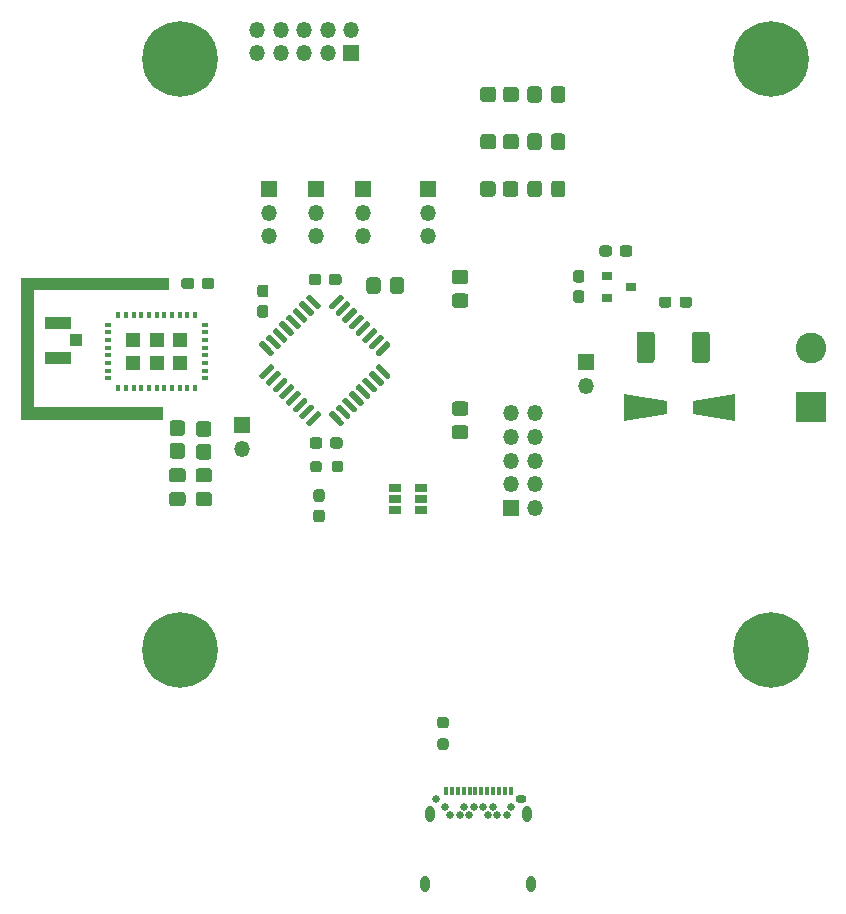
<source format=gbr>
%TF.GenerationSoftware,KiCad,Pcbnew,(5.1.10)-1*%
%TF.CreationDate,2021-07-16T13:02:24+01:00*%
%TF.ProjectId,Abhoinn_IoT_V2,4162686f-696e-46e5-9f49-6f545f56322e,rev?*%
%TF.SameCoordinates,Original*%
%TF.FileFunction,Soldermask,Top*%
%TF.FilePolarity,Negative*%
%FSLAX46Y46*%
G04 Gerber Fmt 4.6, Leading zero omitted, Abs format (unit mm)*
G04 Created by KiCad (PCBNEW (5.1.10)-1) date 2021-07-16 13:02:24*
%MOMM*%
%LPD*%
G01*
G04 APERTURE LIST*
%ADD10C,0.100000*%
%ADD11R,1.060000X0.650000*%
%ADD12R,0.900000X0.800000*%
%ADD13C,0.650000*%
%ADD14O,0.950000X0.650000*%
%ADD15O,0.800000X1.400000*%
%ADD16R,0.300000X0.700000*%
%ADD17O,1.350000X1.350000*%
%ADD18R,1.350000X1.350000*%
%ADD19C,2.600000*%
%ADD20R,2.600000X2.600000*%
%ADD21R,2.200000X1.050000*%
%ADD22R,1.050000X1.000000*%
%ADD23R,1.200000X1.200000*%
%ADD24R,0.350000X0.500000*%
%ADD25R,0.500000X0.350000*%
%ADD26C,0.800000*%
%ADD27C,6.400000*%
G04 APERTURE END LIST*
D10*
G36*
X130500000Y-75000000D02*
G01*
X119000000Y-75000000D01*
X119000000Y-85000000D01*
X130000000Y-85000000D01*
X130000000Y-86000000D01*
X118000000Y-86000000D01*
X118000000Y-74000000D01*
X130500000Y-74000000D01*
X130500000Y-75000000D01*
G37*
X130500000Y-75000000D02*
X119000000Y-75000000D01*
X119000000Y-85000000D01*
X130000000Y-85000000D01*
X130000000Y-86000000D01*
X118000000Y-86000000D01*
X118000000Y-74000000D01*
X130500000Y-74000000D01*
X130500000Y-75000000D01*
%TO.C,U3*%
G36*
G01*
X144103554Y-76333095D02*
X144987437Y-75449212D01*
G75*
G02*
X145164213Y-75449212I88388J-88388D01*
G01*
X145340990Y-75625989D01*
G75*
G02*
X145340990Y-75802765I-88388J-88388D01*
G01*
X144457107Y-76686648D01*
G75*
G02*
X144280331Y-76686648I-88388J88388D01*
G01*
X144103554Y-76509871D01*
G75*
G02*
X144103554Y-76333095I88388J88388D01*
G01*
G37*
G36*
G01*
X144669239Y-76898781D02*
X145553122Y-76014898D01*
G75*
G02*
X145729898Y-76014898I88388J-88388D01*
G01*
X145906675Y-76191675D01*
G75*
G02*
X145906675Y-76368451I-88388J-88388D01*
G01*
X145022792Y-77252334D01*
G75*
G02*
X144846016Y-77252334I-88388J88388D01*
G01*
X144669239Y-77075557D01*
G75*
G02*
X144669239Y-76898781I88388J88388D01*
G01*
G37*
G36*
G01*
X145234925Y-77464466D02*
X146118808Y-76580583D01*
G75*
G02*
X146295584Y-76580583I88388J-88388D01*
G01*
X146472361Y-76757360D01*
G75*
G02*
X146472361Y-76934136I-88388J-88388D01*
G01*
X145588478Y-77818019D01*
G75*
G02*
X145411702Y-77818019I-88388J88388D01*
G01*
X145234925Y-77641242D01*
G75*
G02*
X145234925Y-77464466I88388J88388D01*
G01*
G37*
G36*
G01*
X145800610Y-78030151D02*
X146684493Y-77146268D01*
G75*
G02*
X146861269Y-77146268I88388J-88388D01*
G01*
X147038046Y-77323045D01*
G75*
G02*
X147038046Y-77499821I-88388J-88388D01*
G01*
X146154163Y-78383704D01*
G75*
G02*
X145977387Y-78383704I-88388J88388D01*
G01*
X145800610Y-78206927D01*
G75*
G02*
X145800610Y-78030151I88388J88388D01*
G01*
G37*
G36*
G01*
X146366296Y-78595837D02*
X147250179Y-77711954D01*
G75*
G02*
X147426955Y-77711954I88388J-88388D01*
G01*
X147603732Y-77888731D01*
G75*
G02*
X147603732Y-78065507I-88388J-88388D01*
G01*
X146719849Y-78949390D01*
G75*
G02*
X146543073Y-78949390I-88388J88388D01*
G01*
X146366296Y-78772613D01*
G75*
G02*
X146366296Y-78595837I88388J88388D01*
G01*
G37*
G36*
G01*
X146931981Y-79161522D02*
X147815864Y-78277639D01*
G75*
G02*
X147992640Y-78277639I88388J-88388D01*
G01*
X148169417Y-78454416D01*
G75*
G02*
X148169417Y-78631192I-88388J-88388D01*
G01*
X147285534Y-79515075D01*
G75*
G02*
X147108758Y-79515075I-88388J88388D01*
G01*
X146931981Y-79338298D01*
G75*
G02*
X146931981Y-79161522I88388J88388D01*
G01*
G37*
G36*
G01*
X147497666Y-79727208D02*
X148381549Y-78843325D01*
G75*
G02*
X148558325Y-78843325I88388J-88388D01*
G01*
X148735102Y-79020102D01*
G75*
G02*
X148735102Y-79196878I-88388J-88388D01*
G01*
X147851219Y-80080761D01*
G75*
G02*
X147674443Y-80080761I-88388J88388D01*
G01*
X147497666Y-79903984D01*
G75*
G02*
X147497666Y-79727208I88388J88388D01*
G01*
G37*
G36*
G01*
X148063352Y-80292893D02*
X148947235Y-79409010D01*
G75*
G02*
X149124011Y-79409010I88388J-88388D01*
G01*
X149300788Y-79585787D01*
G75*
G02*
X149300788Y-79762563I-88388J-88388D01*
G01*
X148416905Y-80646446D01*
G75*
G02*
X148240129Y-80646446I-88388J88388D01*
G01*
X148063352Y-80469669D01*
G75*
G02*
X148063352Y-80292893I88388J88388D01*
G01*
G37*
G36*
G01*
X148063352Y-81530331D02*
X148240129Y-81353554D01*
G75*
G02*
X148416905Y-81353554I88388J-88388D01*
G01*
X149300788Y-82237437D01*
G75*
G02*
X149300788Y-82414213I-88388J-88388D01*
G01*
X149124011Y-82590990D01*
G75*
G02*
X148947235Y-82590990I-88388J88388D01*
G01*
X148063352Y-81707107D01*
G75*
G02*
X148063352Y-81530331I88388J88388D01*
G01*
G37*
G36*
G01*
X147497666Y-82096016D02*
X147674443Y-81919239D01*
G75*
G02*
X147851219Y-81919239I88388J-88388D01*
G01*
X148735102Y-82803122D01*
G75*
G02*
X148735102Y-82979898I-88388J-88388D01*
G01*
X148558325Y-83156675D01*
G75*
G02*
X148381549Y-83156675I-88388J88388D01*
G01*
X147497666Y-82272792D01*
G75*
G02*
X147497666Y-82096016I88388J88388D01*
G01*
G37*
G36*
G01*
X146931981Y-82661702D02*
X147108758Y-82484925D01*
G75*
G02*
X147285534Y-82484925I88388J-88388D01*
G01*
X148169417Y-83368808D01*
G75*
G02*
X148169417Y-83545584I-88388J-88388D01*
G01*
X147992640Y-83722361D01*
G75*
G02*
X147815864Y-83722361I-88388J88388D01*
G01*
X146931981Y-82838478D01*
G75*
G02*
X146931981Y-82661702I88388J88388D01*
G01*
G37*
G36*
G01*
X146366296Y-83227387D02*
X146543073Y-83050610D01*
G75*
G02*
X146719849Y-83050610I88388J-88388D01*
G01*
X147603732Y-83934493D01*
G75*
G02*
X147603732Y-84111269I-88388J-88388D01*
G01*
X147426955Y-84288046D01*
G75*
G02*
X147250179Y-84288046I-88388J88388D01*
G01*
X146366296Y-83404163D01*
G75*
G02*
X146366296Y-83227387I88388J88388D01*
G01*
G37*
G36*
G01*
X145800610Y-83793073D02*
X145977387Y-83616296D01*
G75*
G02*
X146154163Y-83616296I88388J-88388D01*
G01*
X147038046Y-84500179D01*
G75*
G02*
X147038046Y-84676955I-88388J-88388D01*
G01*
X146861269Y-84853732D01*
G75*
G02*
X146684493Y-84853732I-88388J88388D01*
G01*
X145800610Y-83969849D01*
G75*
G02*
X145800610Y-83793073I88388J88388D01*
G01*
G37*
G36*
G01*
X145234925Y-84358758D02*
X145411702Y-84181981D01*
G75*
G02*
X145588478Y-84181981I88388J-88388D01*
G01*
X146472361Y-85065864D01*
G75*
G02*
X146472361Y-85242640I-88388J-88388D01*
G01*
X146295584Y-85419417D01*
G75*
G02*
X146118808Y-85419417I-88388J88388D01*
G01*
X145234925Y-84535534D01*
G75*
G02*
X145234925Y-84358758I88388J88388D01*
G01*
G37*
G36*
G01*
X144669239Y-84924443D02*
X144846016Y-84747666D01*
G75*
G02*
X145022792Y-84747666I88388J-88388D01*
G01*
X145906675Y-85631549D01*
G75*
G02*
X145906675Y-85808325I-88388J-88388D01*
G01*
X145729898Y-85985102D01*
G75*
G02*
X145553122Y-85985102I-88388J88388D01*
G01*
X144669239Y-85101219D01*
G75*
G02*
X144669239Y-84924443I88388J88388D01*
G01*
G37*
G36*
G01*
X144103554Y-85490129D02*
X144280331Y-85313352D01*
G75*
G02*
X144457107Y-85313352I88388J-88388D01*
G01*
X145340990Y-86197235D01*
G75*
G02*
X145340990Y-86374011I-88388J-88388D01*
G01*
X145164213Y-86550788D01*
G75*
G02*
X144987437Y-86550788I-88388J88388D01*
G01*
X144103554Y-85666905D01*
G75*
G02*
X144103554Y-85490129I88388J88388D01*
G01*
G37*
G36*
G01*
X142159010Y-86197235D02*
X143042893Y-85313352D01*
G75*
G02*
X143219669Y-85313352I88388J-88388D01*
G01*
X143396446Y-85490129D01*
G75*
G02*
X143396446Y-85666905I-88388J-88388D01*
G01*
X142512563Y-86550788D01*
G75*
G02*
X142335787Y-86550788I-88388J88388D01*
G01*
X142159010Y-86374011D01*
G75*
G02*
X142159010Y-86197235I88388J88388D01*
G01*
G37*
G36*
G01*
X141593325Y-85631549D02*
X142477208Y-84747666D01*
G75*
G02*
X142653984Y-84747666I88388J-88388D01*
G01*
X142830761Y-84924443D01*
G75*
G02*
X142830761Y-85101219I-88388J-88388D01*
G01*
X141946878Y-85985102D01*
G75*
G02*
X141770102Y-85985102I-88388J88388D01*
G01*
X141593325Y-85808325D01*
G75*
G02*
X141593325Y-85631549I88388J88388D01*
G01*
G37*
G36*
G01*
X141027639Y-85065864D02*
X141911522Y-84181981D01*
G75*
G02*
X142088298Y-84181981I88388J-88388D01*
G01*
X142265075Y-84358758D01*
G75*
G02*
X142265075Y-84535534I-88388J-88388D01*
G01*
X141381192Y-85419417D01*
G75*
G02*
X141204416Y-85419417I-88388J88388D01*
G01*
X141027639Y-85242640D01*
G75*
G02*
X141027639Y-85065864I88388J88388D01*
G01*
G37*
G36*
G01*
X140461954Y-84500179D02*
X141345837Y-83616296D01*
G75*
G02*
X141522613Y-83616296I88388J-88388D01*
G01*
X141699390Y-83793073D01*
G75*
G02*
X141699390Y-83969849I-88388J-88388D01*
G01*
X140815507Y-84853732D01*
G75*
G02*
X140638731Y-84853732I-88388J88388D01*
G01*
X140461954Y-84676955D01*
G75*
G02*
X140461954Y-84500179I88388J88388D01*
G01*
G37*
G36*
G01*
X139896268Y-83934493D02*
X140780151Y-83050610D01*
G75*
G02*
X140956927Y-83050610I88388J-88388D01*
G01*
X141133704Y-83227387D01*
G75*
G02*
X141133704Y-83404163I-88388J-88388D01*
G01*
X140249821Y-84288046D01*
G75*
G02*
X140073045Y-84288046I-88388J88388D01*
G01*
X139896268Y-84111269D01*
G75*
G02*
X139896268Y-83934493I88388J88388D01*
G01*
G37*
G36*
G01*
X139330583Y-83368808D02*
X140214466Y-82484925D01*
G75*
G02*
X140391242Y-82484925I88388J-88388D01*
G01*
X140568019Y-82661702D01*
G75*
G02*
X140568019Y-82838478I-88388J-88388D01*
G01*
X139684136Y-83722361D01*
G75*
G02*
X139507360Y-83722361I-88388J88388D01*
G01*
X139330583Y-83545584D01*
G75*
G02*
X139330583Y-83368808I88388J88388D01*
G01*
G37*
G36*
G01*
X138764898Y-82803122D02*
X139648781Y-81919239D01*
G75*
G02*
X139825557Y-81919239I88388J-88388D01*
G01*
X140002334Y-82096016D01*
G75*
G02*
X140002334Y-82272792I-88388J-88388D01*
G01*
X139118451Y-83156675D01*
G75*
G02*
X138941675Y-83156675I-88388J88388D01*
G01*
X138764898Y-82979898D01*
G75*
G02*
X138764898Y-82803122I88388J88388D01*
G01*
G37*
G36*
G01*
X138199212Y-82237437D02*
X139083095Y-81353554D01*
G75*
G02*
X139259871Y-81353554I88388J-88388D01*
G01*
X139436648Y-81530331D01*
G75*
G02*
X139436648Y-81707107I-88388J-88388D01*
G01*
X138552765Y-82590990D01*
G75*
G02*
X138375989Y-82590990I-88388J88388D01*
G01*
X138199212Y-82414213D01*
G75*
G02*
X138199212Y-82237437I88388J88388D01*
G01*
G37*
G36*
G01*
X138199212Y-79585787D02*
X138375989Y-79409010D01*
G75*
G02*
X138552765Y-79409010I88388J-88388D01*
G01*
X139436648Y-80292893D01*
G75*
G02*
X139436648Y-80469669I-88388J-88388D01*
G01*
X139259871Y-80646446D01*
G75*
G02*
X139083095Y-80646446I-88388J88388D01*
G01*
X138199212Y-79762563D01*
G75*
G02*
X138199212Y-79585787I88388J88388D01*
G01*
G37*
G36*
G01*
X138764898Y-79020102D02*
X138941675Y-78843325D01*
G75*
G02*
X139118451Y-78843325I88388J-88388D01*
G01*
X140002334Y-79727208D01*
G75*
G02*
X140002334Y-79903984I-88388J-88388D01*
G01*
X139825557Y-80080761D01*
G75*
G02*
X139648781Y-80080761I-88388J88388D01*
G01*
X138764898Y-79196878D01*
G75*
G02*
X138764898Y-79020102I88388J88388D01*
G01*
G37*
G36*
G01*
X139330583Y-78454416D02*
X139507360Y-78277639D01*
G75*
G02*
X139684136Y-78277639I88388J-88388D01*
G01*
X140568019Y-79161522D01*
G75*
G02*
X140568019Y-79338298I-88388J-88388D01*
G01*
X140391242Y-79515075D01*
G75*
G02*
X140214466Y-79515075I-88388J88388D01*
G01*
X139330583Y-78631192D01*
G75*
G02*
X139330583Y-78454416I88388J88388D01*
G01*
G37*
G36*
G01*
X139896268Y-77888731D02*
X140073045Y-77711954D01*
G75*
G02*
X140249821Y-77711954I88388J-88388D01*
G01*
X141133704Y-78595837D01*
G75*
G02*
X141133704Y-78772613I-88388J-88388D01*
G01*
X140956927Y-78949390D01*
G75*
G02*
X140780151Y-78949390I-88388J88388D01*
G01*
X139896268Y-78065507D01*
G75*
G02*
X139896268Y-77888731I88388J88388D01*
G01*
G37*
G36*
G01*
X140461954Y-77323045D02*
X140638731Y-77146268D01*
G75*
G02*
X140815507Y-77146268I88388J-88388D01*
G01*
X141699390Y-78030151D01*
G75*
G02*
X141699390Y-78206927I-88388J-88388D01*
G01*
X141522613Y-78383704D01*
G75*
G02*
X141345837Y-78383704I-88388J88388D01*
G01*
X140461954Y-77499821D01*
G75*
G02*
X140461954Y-77323045I88388J88388D01*
G01*
G37*
G36*
G01*
X141027639Y-76757360D02*
X141204416Y-76580583D01*
G75*
G02*
X141381192Y-76580583I88388J-88388D01*
G01*
X142265075Y-77464466D01*
G75*
G02*
X142265075Y-77641242I-88388J-88388D01*
G01*
X142088298Y-77818019D01*
G75*
G02*
X141911522Y-77818019I-88388J88388D01*
G01*
X141027639Y-76934136D01*
G75*
G02*
X141027639Y-76757360I88388J88388D01*
G01*
G37*
G36*
G01*
X141593325Y-76191675D02*
X141770102Y-76014898D01*
G75*
G02*
X141946878Y-76014898I88388J-88388D01*
G01*
X142830761Y-76898781D01*
G75*
G02*
X142830761Y-77075557I-88388J-88388D01*
G01*
X142653984Y-77252334D01*
G75*
G02*
X142477208Y-77252334I-88388J88388D01*
G01*
X141593325Y-76368451D01*
G75*
G02*
X141593325Y-76191675I88388J88388D01*
G01*
G37*
G36*
G01*
X142159010Y-75625989D02*
X142335787Y-75449212D01*
G75*
G02*
X142512563Y-75449212I88388J-88388D01*
G01*
X143396446Y-76333095D01*
G75*
G02*
X143396446Y-76509871I-88388J-88388D01*
G01*
X143219669Y-76686648D01*
G75*
G02*
X143042893Y-76686648I-88388J88388D01*
G01*
X142159010Y-75802765D01*
G75*
G02*
X142159010Y-75625989I88388J88388D01*
G01*
G37*
%TD*%
D11*
%TO.C,U2*%
X151850000Y-92750000D03*
X151850000Y-91800000D03*
X151850000Y-93700000D03*
X149650000Y-93700000D03*
X149650000Y-92750000D03*
X149650000Y-91800000D03*
%TD*%
D12*
%TO.C,U1*%
X169630000Y-74820000D03*
X167630000Y-75770000D03*
X167630000Y-73870000D03*
%TD*%
%TO.C,R9*%
G36*
G01*
X153512500Y-113012500D02*
X153987500Y-113012500D01*
G75*
G02*
X154225000Y-113250000I0J-237500D01*
G01*
X154225000Y-113750000D01*
G75*
G02*
X153987500Y-113987500I-237500J0D01*
G01*
X153512500Y-113987500D01*
G75*
G02*
X153275000Y-113750000I0J237500D01*
G01*
X153275000Y-113250000D01*
G75*
G02*
X153512500Y-113012500I237500J0D01*
G01*
G37*
G36*
G01*
X153512500Y-111187500D02*
X153987500Y-111187500D01*
G75*
G02*
X154225000Y-111425000I0J-237500D01*
G01*
X154225000Y-111925000D01*
G75*
G02*
X153987500Y-112162500I-237500J0D01*
G01*
X153512500Y-112162500D01*
G75*
G02*
X153275000Y-111925000I0J237500D01*
G01*
X153275000Y-111425000D01*
G75*
G02*
X153512500Y-111187500I237500J0D01*
G01*
G37*
%TD*%
%TO.C,R8*%
G36*
G01*
X133049999Y-92150000D02*
X133950001Y-92150000D01*
G75*
G02*
X134200000Y-92399999I0J-249999D01*
G01*
X134200000Y-93100001D01*
G75*
G02*
X133950001Y-93350000I-249999J0D01*
G01*
X133049999Y-93350000D01*
G75*
G02*
X132800000Y-93100001I0J249999D01*
G01*
X132800000Y-92399999D01*
G75*
G02*
X133049999Y-92150000I249999J0D01*
G01*
G37*
G36*
G01*
X133049999Y-90150000D02*
X133950001Y-90150000D01*
G75*
G02*
X134200000Y-90399999I0J-249999D01*
G01*
X134200000Y-91100001D01*
G75*
G02*
X133950001Y-91350000I-249999J0D01*
G01*
X133049999Y-91350000D01*
G75*
G02*
X132800000Y-91100001I0J249999D01*
G01*
X132800000Y-90399999D01*
G75*
G02*
X133049999Y-90150000I249999J0D01*
G01*
G37*
%TD*%
%TO.C,R7*%
G36*
G01*
X130799999Y-92150000D02*
X131700001Y-92150000D01*
G75*
G02*
X131950000Y-92399999I0J-249999D01*
G01*
X131950000Y-93100001D01*
G75*
G02*
X131700001Y-93350000I-249999J0D01*
G01*
X130799999Y-93350000D01*
G75*
G02*
X130550000Y-93100001I0J249999D01*
G01*
X130550000Y-92399999D01*
G75*
G02*
X130799999Y-92150000I249999J0D01*
G01*
G37*
G36*
G01*
X130799999Y-90150000D02*
X131700001Y-90150000D01*
G75*
G02*
X131950000Y-90399999I0J-249999D01*
G01*
X131950000Y-91100001D01*
G75*
G02*
X131700001Y-91350000I-249999J0D01*
G01*
X130799999Y-91350000D01*
G75*
G02*
X130550000Y-91100001I0J249999D01*
G01*
X130550000Y-90399999D01*
G75*
G02*
X130799999Y-90150000I249999J0D01*
G01*
G37*
%TD*%
%TO.C,R6*%
G36*
G01*
X154743999Y-75346000D02*
X155644001Y-75346000D01*
G75*
G02*
X155894000Y-75595999I0J-249999D01*
G01*
X155894000Y-76296001D01*
G75*
G02*
X155644001Y-76546000I-249999J0D01*
G01*
X154743999Y-76546000D01*
G75*
G02*
X154494000Y-76296001I0J249999D01*
G01*
X154494000Y-75595999D01*
G75*
G02*
X154743999Y-75346000I249999J0D01*
G01*
G37*
G36*
G01*
X154743999Y-73346000D02*
X155644001Y-73346000D01*
G75*
G02*
X155894000Y-73595999I0J-249999D01*
G01*
X155894000Y-74296001D01*
G75*
G02*
X155644001Y-74546000I-249999J0D01*
G01*
X154743999Y-74546000D01*
G75*
G02*
X154494000Y-74296001I0J249999D01*
G01*
X154494000Y-73595999D01*
G75*
G02*
X154743999Y-73346000I249999J0D01*
G01*
G37*
%TD*%
%TO.C,R5*%
G36*
G01*
X155644001Y-85690000D02*
X154743999Y-85690000D01*
G75*
G02*
X154494000Y-85440001I0J249999D01*
G01*
X154494000Y-84739999D01*
G75*
G02*
X154743999Y-84490000I249999J0D01*
G01*
X155644001Y-84490000D01*
G75*
G02*
X155894000Y-84739999I0J-249999D01*
G01*
X155894000Y-85440001D01*
G75*
G02*
X155644001Y-85690000I-249999J0D01*
G01*
G37*
G36*
G01*
X155644001Y-87690000D02*
X154743999Y-87690000D01*
G75*
G02*
X154494000Y-87440001I0J249999D01*
G01*
X154494000Y-86739999D01*
G75*
G02*
X154743999Y-86490000I249999J0D01*
G01*
X155644001Y-86490000D01*
G75*
G02*
X155894000Y-86739999I0J-249999D01*
G01*
X155894000Y-87440001D01*
G75*
G02*
X155644001Y-87690000I-249999J0D01*
G01*
G37*
%TD*%
%TO.C,R4*%
G36*
G01*
X162900000Y-62950001D02*
X162900000Y-62049999D01*
G75*
G02*
X163149999Y-61800000I249999J0D01*
G01*
X163850001Y-61800000D01*
G75*
G02*
X164100000Y-62049999I0J-249999D01*
G01*
X164100000Y-62950001D01*
G75*
G02*
X163850001Y-63200000I-249999J0D01*
G01*
X163149999Y-63200000D01*
G75*
G02*
X162900000Y-62950001I0J249999D01*
G01*
G37*
G36*
G01*
X160900000Y-62950001D02*
X160900000Y-62049999D01*
G75*
G02*
X161149999Y-61800000I249999J0D01*
G01*
X161850001Y-61800000D01*
G75*
G02*
X162100000Y-62049999I0J-249999D01*
G01*
X162100000Y-62950001D01*
G75*
G02*
X161850001Y-63200000I-249999J0D01*
G01*
X161149999Y-63200000D01*
G75*
G02*
X160900000Y-62950001I0J249999D01*
G01*
G37*
%TD*%
%TO.C,R3*%
G36*
G01*
X162900000Y-58950001D02*
X162900000Y-58049999D01*
G75*
G02*
X163149999Y-57800000I249999J0D01*
G01*
X163850001Y-57800000D01*
G75*
G02*
X164100000Y-58049999I0J-249999D01*
G01*
X164100000Y-58950001D01*
G75*
G02*
X163850001Y-59200000I-249999J0D01*
G01*
X163149999Y-59200000D01*
G75*
G02*
X162900000Y-58950001I0J249999D01*
G01*
G37*
G36*
G01*
X160900000Y-58950001D02*
X160900000Y-58049999D01*
G75*
G02*
X161149999Y-57800000I249999J0D01*
G01*
X161850001Y-57800000D01*
G75*
G02*
X162100000Y-58049999I0J-249999D01*
G01*
X162100000Y-58950001D01*
G75*
G02*
X161850001Y-59200000I-249999J0D01*
G01*
X161149999Y-59200000D01*
G75*
G02*
X160900000Y-58950001I0J249999D01*
G01*
G37*
%TD*%
%TO.C,R2*%
G36*
G01*
X162900000Y-66950001D02*
X162900000Y-66049999D01*
G75*
G02*
X163149999Y-65800000I249999J0D01*
G01*
X163850001Y-65800000D01*
G75*
G02*
X164100000Y-66049999I0J-249999D01*
G01*
X164100000Y-66950001D01*
G75*
G02*
X163850001Y-67200000I-249999J0D01*
G01*
X163149999Y-67200000D01*
G75*
G02*
X162900000Y-66950001I0J249999D01*
G01*
G37*
G36*
G01*
X160900000Y-66950001D02*
X160900000Y-66049999D01*
G75*
G02*
X161149999Y-65800000I249999J0D01*
G01*
X161850001Y-65800000D01*
G75*
G02*
X162100000Y-66049999I0J-249999D01*
G01*
X162100000Y-66950001D01*
G75*
G02*
X161850001Y-67200000I-249999J0D01*
G01*
X161149999Y-67200000D01*
G75*
G02*
X160900000Y-66950001I0J249999D01*
G01*
G37*
%TD*%
%TO.C,R1*%
G36*
G01*
X149260000Y-75126001D02*
X149260000Y-74225999D01*
G75*
G02*
X149509999Y-73976000I249999J0D01*
G01*
X150210001Y-73976000D01*
G75*
G02*
X150460000Y-74225999I0J-249999D01*
G01*
X150460000Y-75126001D01*
G75*
G02*
X150210001Y-75376000I-249999J0D01*
G01*
X149509999Y-75376000D01*
G75*
G02*
X149260000Y-75126001I0J249999D01*
G01*
G37*
G36*
G01*
X147260000Y-75126001D02*
X147260000Y-74225999D01*
G75*
G02*
X147509999Y-73976000I249999J0D01*
G01*
X148210001Y-73976000D01*
G75*
G02*
X148460000Y-74225999I0J-249999D01*
G01*
X148460000Y-75126001D01*
G75*
G02*
X148210001Y-75376000I-249999J0D01*
G01*
X147509999Y-75376000D01*
G75*
G02*
X147260000Y-75126001I0J249999D01*
G01*
G37*
%TD*%
D13*
%TO.C,P1*%
X154350000Y-119490000D03*
X155150000Y-119490000D03*
X155950000Y-119490000D03*
X157550000Y-119490000D03*
X158350000Y-119490000D03*
X159150000Y-119490000D03*
X153950000Y-118790000D03*
X155550000Y-118790000D03*
X156350000Y-118790000D03*
X157150000Y-118790000D03*
X157950000Y-118790000D03*
X159550000Y-118790000D03*
X153150000Y-118140000D03*
D14*
X160350000Y-118140000D03*
D15*
X152260000Y-125340000D03*
X161240000Y-125340000D03*
X160880000Y-119390000D03*
D16*
X159000000Y-117480000D03*
X157500000Y-117480000D03*
X158000000Y-117480000D03*
X158500000Y-117480000D03*
X159500000Y-117480000D03*
X157000000Y-117480000D03*
X156500000Y-117480000D03*
X156000000Y-117480000D03*
X155500000Y-117480000D03*
X155000000Y-117480000D03*
X154500000Y-117480000D03*
X154000000Y-117480000D03*
D15*
X152620000Y-119390000D03*
%TD*%
D17*
%TO.C,JP4*%
X152500000Y-70500000D03*
X152500000Y-68500000D03*
D18*
X152500000Y-66500000D03*
%TD*%
D17*
%TO.C,JP3*%
X147000000Y-70500000D03*
X147000000Y-68500000D03*
D18*
X147000000Y-66500000D03*
%TD*%
D17*
%TO.C,JP2*%
X139000000Y-70500000D03*
X139000000Y-68500000D03*
D18*
X139000000Y-66500000D03*
%TD*%
D17*
%TO.C,JP1*%
X143000000Y-70500000D03*
X143000000Y-68500000D03*
D18*
X143000000Y-66500000D03*
%TD*%
D19*
%TO.C,J6*%
X184870000Y-79980000D03*
D20*
X184870000Y-84980000D03*
%TD*%
D21*
%TO.C,J5*%
X121124980Y-80783220D03*
D22*
X122649980Y-79308220D03*
D21*
X121124980Y-77833220D03*
%TD*%
D17*
%TO.C,J4*%
X138000000Y-53000000D03*
X138000000Y-55000000D03*
X140000000Y-53000000D03*
X140000000Y-55000000D03*
X142000000Y-53000000D03*
X142000000Y-55000000D03*
X144000000Y-53000000D03*
X144000000Y-55000000D03*
X146000000Y-53000000D03*
D18*
X146000000Y-55000000D03*
%TD*%
D17*
%TO.C,J3*%
X161500000Y-85500000D03*
X159500000Y-85500000D03*
X161500000Y-87500000D03*
X159500000Y-87500000D03*
X161500000Y-89500000D03*
X159500000Y-89500000D03*
X161500000Y-91500000D03*
X159500000Y-91500000D03*
X161500000Y-93500000D03*
D18*
X159500000Y-93500000D03*
%TD*%
D17*
%TO.C,J2*%
X136750000Y-88500000D03*
D18*
X136750000Y-86500000D03*
%TD*%
D17*
%TO.C,J1*%
X165820000Y-83170000D03*
D18*
X165820000Y-81170000D03*
%TD*%
D23*
%TO.C,IC1*%
X131500000Y-81250000D03*
X131500000Y-79250000D03*
X129500000Y-81250000D03*
X129500000Y-79250000D03*
X127500000Y-81250000D03*
X127500000Y-79250000D03*
D24*
X126250000Y-77150000D03*
X126900000Y-77150000D03*
X127550000Y-77150000D03*
X128200000Y-77150000D03*
X128850000Y-77150000D03*
X129500000Y-77150000D03*
X130150000Y-77150000D03*
X130800000Y-77150000D03*
X131450000Y-77150000D03*
X132100000Y-77150000D03*
X132750000Y-77150000D03*
D25*
X133600000Y-77975000D03*
X133600000Y-78625000D03*
X133600000Y-79275000D03*
X133600000Y-79925000D03*
X133600000Y-80575000D03*
X133600000Y-81225000D03*
X133600000Y-81875000D03*
X133600000Y-82525000D03*
D24*
X132750000Y-83350000D03*
X132100000Y-83350000D03*
X131450000Y-83350000D03*
X130800000Y-83350000D03*
X130150000Y-83350000D03*
X129500000Y-83350000D03*
X128850000Y-83350000D03*
X128200000Y-83350000D03*
X127550000Y-83350000D03*
X126900000Y-83350000D03*
X126250000Y-83350000D03*
D25*
X125400000Y-82525000D03*
X125400000Y-81875000D03*
X125400000Y-81225000D03*
X125400000Y-80575000D03*
X125400000Y-79925000D03*
X125400000Y-79275000D03*
X125400000Y-78625000D03*
X125400000Y-77975000D03*
%TD*%
D26*
%TO.C,H4*%
X133197056Y-53802944D03*
X131500000Y-53100000D03*
X129802944Y-53802944D03*
X129100000Y-55500000D03*
X129802944Y-57197056D03*
X131500000Y-57900000D03*
X133197056Y-57197056D03*
X133900000Y-55500000D03*
D27*
X131500000Y-55500000D03*
%TD*%
D26*
%TO.C,H3*%
X133197056Y-103802944D03*
X131500000Y-103100000D03*
X129802944Y-103802944D03*
X129100000Y-105500000D03*
X129802944Y-107197056D03*
X131500000Y-107900000D03*
X133197056Y-107197056D03*
X133900000Y-105500000D03*
D27*
X131500000Y-105500000D03*
%TD*%
D26*
%TO.C,H2*%
X183197056Y-103802944D03*
X181500000Y-103100000D03*
X179802944Y-103802944D03*
X179100000Y-105500000D03*
X179802944Y-107197056D03*
X181500000Y-107900000D03*
X183197056Y-107197056D03*
X183900000Y-105500000D03*
D27*
X181500000Y-105500000D03*
%TD*%
D26*
%TO.C,H1*%
X183197056Y-53802944D03*
X181500000Y-53100000D03*
X179802944Y-53802944D03*
X179100000Y-55500000D03*
X179802944Y-57197056D03*
X181500000Y-57900000D03*
X183197056Y-57197056D03*
X183900000Y-55500000D03*
D27*
X181500000Y-55500000D03*
%TD*%
%TO.C,FB1*%
G36*
G01*
X173790000Y-76327500D02*
X173790000Y-75852500D01*
G75*
G02*
X174027500Y-75615000I237500J0D01*
G01*
X174602500Y-75615000D01*
G75*
G02*
X174840000Y-75852500I0J-237500D01*
G01*
X174840000Y-76327500D01*
G75*
G02*
X174602500Y-76565000I-237500J0D01*
G01*
X174027500Y-76565000D01*
G75*
G02*
X173790000Y-76327500I0J237500D01*
G01*
G37*
G36*
G01*
X172040000Y-76327500D02*
X172040000Y-75852500D01*
G75*
G02*
X172277500Y-75615000I237500J0D01*
G01*
X172852500Y-75615000D01*
G75*
G02*
X173090000Y-75852500I0J-237500D01*
G01*
X173090000Y-76327500D01*
G75*
G02*
X172852500Y-76565000I-237500J0D01*
G01*
X172277500Y-76565000D01*
G75*
G02*
X172040000Y-76327500I0J237500D01*
G01*
G37*
%TD*%
%TO.C,F1*%
G36*
G01*
X174812500Y-80975001D02*
X174812500Y-78824999D01*
G75*
G02*
X175062499Y-78575000I249999J0D01*
G01*
X176087501Y-78575000D01*
G75*
G02*
X176337500Y-78824999I0J-249999D01*
G01*
X176337500Y-80975001D01*
G75*
G02*
X176087501Y-81225000I-249999J0D01*
G01*
X175062499Y-81225000D01*
G75*
G02*
X174812500Y-80975001I0J249999D01*
G01*
G37*
G36*
G01*
X170137500Y-80975001D02*
X170137500Y-78824999D01*
G75*
G02*
X170387499Y-78575000I249999J0D01*
G01*
X171412501Y-78575000D01*
G75*
G02*
X171662500Y-78824999I0J-249999D01*
G01*
X171662500Y-80975001D01*
G75*
G02*
X171412501Y-81225000I-249999J0D01*
G01*
X170387499Y-81225000D01*
G75*
G02*
X170137500Y-80975001I0J249999D01*
G01*
G37*
%TD*%
%TO.C,D6*%
G36*
G01*
X133900000Y-87487500D02*
X133100000Y-87487500D01*
G75*
G02*
X132850000Y-87237500I0J250000D01*
G01*
X132850000Y-86412500D01*
G75*
G02*
X133100000Y-86162500I250000J0D01*
G01*
X133900000Y-86162500D01*
G75*
G02*
X134150000Y-86412500I0J-250000D01*
G01*
X134150000Y-87237500D01*
G75*
G02*
X133900000Y-87487500I-250000J0D01*
G01*
G37*
G36*
G01*
X133900000Y-89412500D02*
X133100000Y-89412500D01*
G75*
G02*
X132850000Y-89162500I0J250000D01*
G01*
X132850000Y-88337500D01*
G75*
G02*
X133100000Y-88087500I250000J0D01*
G01*
X133900000Y-88087500D01*
G75*
G02*
X134150000Y-88337500I0J-250000D01*
G01*
X134150000Y-89162500D01*
G75*
G02*
X133900000Y-89412500I-250000J0D01*
G01*
G37*
%TD*%
%TO.C,D5*%
G36*
G01*
X131650000Y-87412500D02*
X130850000Y-87412500D01*
G75*
G02*
X130600000Y-87162500I0J250000D01*
G01*
X130600000Y-86337500D01*
G75*
G02*
X130850000Y-86087500I250000J0D01*
G01*
X131650000Y-86087500D01*
G75*
G02*
X131900000Y-86337500I0J-250000D01*
G01*
X131900000Y-87162500D01*
G75*
G02*
X131650000Y-87412500I-250000J0D01*
G01*
G37*
G36*
G01*
X131650000Y-89337500D02*
X130850000Y-89337500D01*
G75*
G02*
X130600000Y-89087500I0J250000D01*
G01*
X130600000Y-88262500D01*
G75*
G02*
X130850000Y-88012500I250000J0D01*
G01*
X131650000Y-88012500D01*
G75*
G02*
X131900000Y-88262500I0J-250000D01*
G01*
X131900000Y-89087500D01*
G75*
G02*
X131650000Y-89337500I-250000J0D01*
G01*
G37*
%TD*%
%TO.C,D4*%
G36*
G01*
X158237500Y-62100000D02*
X158237500Y-62900000D01*
G75*
G02*
X157987500Y-63150000I-250000J0D01*
G01*
X157162500Y-63150000D01*
G75*
G02*
X156912500Y-62900000I0J250000D01*
G01*
X156912500Y-62100000D01*
G75*
G02*
X157162500Y-61850000I250000J0D01*
G01*
X157987500Y-61850000D01*
G75*
G02*
X158237500Y-62100000I0J-250000D01*
G01*
G37*
G36*
G01*
X160162500Y-62100000D02*
X160162500Y-62900000D01*
G75*
G02*
X159912500Y-63150000I-250000J0D01*
G01*
X159087500Y-63150000D01*
G75*
G02*
X158837500Y-62900000I0J250000D01*
G01*
X158837500Y-62100000D01*
G75*
G02*
X159087500Y-61850000I250000J0D01*
G01*
X159912500Y-61850000D01*
G75*
G02*
X160162500Y-62100000I0J-250000D01*
G01*
G37*
%TD*%
%TO.C,D3*%
G36*
G01*
X158237500Y-58100000D02*
X158237500Y-58900000D01*
G75*
G02*
X157987500Y-59150000I-250000J0D01*
G01*
X157162500Y-59150000D01*
G75*
G02*
X156912500Y-58900000I0J250000D01*
G01*
X156912500Y-58100000D01*
G75*
G02*
X157162500Y-57850000I250000J0D01*
G01*
X157987500Y-57850000D01*
G75*
G02*
X158237500Y-58100000I0J-250000D01*
G01*
G37*
G36*
G01*
X160162500Y-58100000D02*
X160162500Y-58900000D01*
G75*
G02*
X159912500Y-59150000I-250000J0D01*
G01*
X159087500Y-59150000D01*
G75*
G02*
X158837500Y-58900000I0J250000D01*
G01*
X158837500Y-58100000D01*
G75*
G02*
X159087500Y-57850000I250000J0D01*
G01*
X159912500Y-57850000D01*
G75*
G02*
X160162500Y-58100000I0J-250000D01*
G01*
G37*
%TD*%
%TO.C,D2*%
G36*
G01*
X158200000Y-66100000D02*
X158200000Y-66900000D01*
G75*
G02*
X157950000Y-67150000I-250000J0D01*
G01*
X157125000Y-67150000D01*
G75*
G02*
X156875000Y-66900000I0J250000D01*
G01*
X156875000Y-66100000D01*
G75*
G02*
X157125000Y-65850000I250000J0D01*
G01*
X157950000Y-65850000D01*
G75*
G02*
X158200000Y-66100000I0J-250000D01*
G01*
G37*
G36*
G01*
X160125000Y-66100000D02*
X160125000Y-66900000D01*
G75*
G02*
X159875000Y-67150000I-250000J0D01*
G01*
X159050000Y-67150000D01*
G75*
G02*
X158800000Y-66900000I0J250000D01*
G01*
X158800000Y-66100000D01*
G75*
G02*
X159050000Y-65850000I250000J0D01*
G01*
X159875000Y-65850000D01*
G75*
G02*
X160125000Y-66100000I0J-250000D01*
G01*
G37*
%TD*%
D10*
%TO.C,D1*%
G36*
X178500000Y-83830000D02*
G01*
X178500000Y-86130000D01*
X174900000Y-85530000D01*
X174900000Y-84430000D01*
X178500000Y-83830000D01*
G37*
G36*
X169100000Y-86130000D02*
G01*
X169100000Y-83830000D01*
X172700000Y-84430000D01*
X172700000Y-85530000D01*
X169100000Y-86130000D01*
G37*
%TD*%
%TO.C,C8*%
G36*
G01*
X132675000Y-74262500D02*
X132675000Y-74737500D01*
G75*
G02*
X132437500Y-74975000I-237500J0D01*
G01*
X131837500Y-74975000D01*
G75*
G02*
X131600000Y-74737500I0J237500D01*
G01*
X131600000Y-74262500D01*
G75*
G02*
X131837500Y-74025000I237500J0D01*
G01*
X132437500Y-74025000D01*
G75*
G02*
X132675000Y-74262500I0J-237500D01*
G01*
G37*
G36*
G01*
X134400000Y-74262500D02*
X134400000Y-74737500D01*
G75*
G02*
X134162500Y-74975000I-237500J0D01*
G01*
X133562500Y-74975000D01*
G75*
G02*
X133325000Y-74737500I0J237500D01*
G01*
X133325000Y-74262500D01*
G75*
G02*
X133562500Y-74025000I237500J0D01*
G01*
X134162500Y-74025000D01*
G75*
G02*
X134400000Y-74262500I0J-237500D01*
G01*
G37*
%TD*%
%TO.C,C7*%
G36*
G01*
X165487500Y-74425000D02*
X165012500Y-74425000D01*
G75*
G02*
X164775000Y-74187500I0J237500D01*
G01*
X164775000Y-73587500D01*
G75*
G02*
X165012500Y-73350000I237500J0D01*
G01*
X165487500Y-73350000D01*
G75*
G02*
X165725000Y-73587500I0J-237500D01*
G01*
X165725000Y-74187500D01*
G75*
G02*
X165487500Y-74425000I-237500J0D01*
G01*
G37*
G36*
G01*
X165487500Y-76150000D02*
X165012500Y-76150000D01*
G75*
G02*
X164775000Y-75912500I0J237500D01*
G01*
X164775000Y-75312500D01*
G75*
G02*
X165012500Y-75075000I237500J0D01*
G01*
X165487500Y-75075000D01*
G75*
G02*
X165725000Y-75312500I0J-237500D01*
G01*
X165725000Y-75912500D01*
G75*
G02*
X165487500Y-76150000I-237500J0D01*
G01*
G37*
%TD*%
%TO.C,C6*%
G36*
G01*
X168062500Y-71512500D02*
X168062500Y-71987500D01*
G75*
G02*
X167825000Y-72225000I-237500J0D01*
G01*
X167225000Y-72225000D01*
G75*
G02*
X166987500Y-71987500I0J237500D01*
G01*
X166987500Y-71512500D01*
G75*
G02*
X167225000Y-71275000I237500J0D01*
G01*
X167825000Y-71275000D01*
G75*
G02*
X168062500Y-71512500I0J-237500D01*
G01*
G37*
G36*
G01*
X169787500Y-71512500D02*
X169787500Y-71987500D01*
G75*
G02*
X169550000Y-72225000I-237500J0D01*
G01*
X168950000Y-72225000D01*
G75*
G02*
X168712500Y-71987500I0J237500D01*
G01*
X168712500Y-71512500D01*
G75*
G02*
X168950000Y-71275000I237500J0D01*
G01*
X169550000Y-71275000D01*
G75*
G02*
X169787500Y-71512500I0J-237500D01*
G01*
G37*
%TD*%
%TO.C,C5*%
G36*
G01*
X138737500Y-75675000D02*
X138262500Y-75675000D01*
G75*
G02*
X138025000Y-75437500I0J237500D01*
G01*
X138025000Y-74837500D01*
G75*
G02*
X138262500Y-74600000I237500J0D01*
G01*
X138737500Y-74600000D01*
G75*
G02*
X138975000Y-74837500I0J-237500D01*
G01*
X138975000Y-75437500D01*
G75*
G02*
X138737500Y-75675000I-237500J0D01*
G01*
G37*
G36*
G01*
X138737500Y-77400000D02*
X138262500Y-77400000D01*
G75*
G02*
X138025000Y-77162500I0J237500D01*
G01*
X138025000Y-76562500D01*
G75*
G02*
X138262500Y-76325000I237500J0D01*
G01*
X138737500Y-76325000D01*
G75*
G02*
X138975000Y-76562500I0J-237500D01*
G01*
X138975000Y-77162500D01*
G75*
G02*
X138737500Y-77400000I-237500J0D01*
G01*
G37*
%TD*%
%TO.C,C4*%
G36*
G01*
X143493500Y-92993500D02*
X143018500Y-92993500D01*
G75*
G02*
X142781000Y-92756000I0J237500D01*
G01*
X142781000Y-92156000D01*
G75*
G02*
X143018500Y-91918500I237500J0D01*
G01*
X143493500Y-91918500D01*
G75*
G02*
X143731000Y-92156000I0J-237500D01*
G01*
X143731000Y-92756000D01*
G75*
G02*
X143493500Y-92993500I-237500J0D01*
G01*
G37*
G36*
G01*
X143493500Y-94718500D02*
X143018500Y-94718500D01*
G75*
G02*
X142781000Y-94481000I0J237500D01*
G01*
X142781000Y-93881000D01*
G75*
G02*
X143018500Y-93643500I237500J0D01*
G01*
X143493500Y-93643500D01*
G75*
G02*
X143731000Y-93881000I0J-237500D01*
G01*
X143731000Y-94481000D01*
G75*
G02*
X143493500Y-94718500I-237500J0D01*
G01*
G37*
%TD*%
%TO.C,C3*%
G36*
G01*
X144089000Y-74405500D02*
X144089000Y-73930500D01*
G75*
G02*
X144326500Y-73693000I237500J0D01*
G01*
X144926500Y-73693000D01*
G75*
G02*
X145164000Y-73930500I0J-237500D01*
G01*
X145164000Y-74405500D01*
G75*
G02*
X144926500Y-74643000I-237500J0D01*
G01*
X144326500Y-74643000D01*
G75*
G02*
X144089000Y-74405500I0J237500D01*
G01*
G37*
G36*
G01*
X142364000Y-74405500D02*
X142364000Y-73930500D01*
G75*
G02*
X142601500Y-73693000I237500J0D01*
G01*
X143201500Y-73693000D01*
G75*
G02*
X143439000Y-73930500I0J-237500D01*
G01*
X143439000Y-74405500D01*
G75*
G02*
X143201500Y-74643000I-237500J0D01*
G01*
X142601500Y-74643000D01*
G75*
G02*
X142364000Y-74405500I0J237500D01*
G01*
G37*
%TD*%
%TO.C,C2*%
G36*
G01*
X143537500Y-87762500D02*
X143537500Y-88237500D01*
G75*
G02*
X143300000Y-88475000I-237500J0D01*
G01*
X142700000Y-88475000D01*
G75*
G02*
X142462500Y-88237500I0J237500D01*
G01*
X142462500Y-87762500D01*
G75*
G02*
X142700000Y-87525000I237500J0D01*
G01*
X143300000Y-87525000D01*
G75*
G02*
X143537500Y-87762500I0J-237500D01*
G01*
G37*
G36*
G01*
X145262500Y-87762500D02*
X145262500Y-88237500D01*
G75*
G02*
X145025000Y-88475000I-237500J0D01*
G01*
X144425000Y-88475000D01*
G75*
G02*
X144187500Y-88237500I0J237500D01*
G01*
X144187500Y-87762500D01*
G75*
G02*
X144425000Y-87525000I237500J0D01*
G01*
X145025000Y-87525000D01*
G75*
G02*
X145262500Y-87762500I0J-237500D01*
G01*
G37*
%TD*%
%TO.C,C1*%
G36*
G01*
X143487500Y-89762500D02*
X143487500Y-90237500D01*
G75*
G02*
X143250000Y-90475000I-237500J0D01*
G01*
X142750000Y-90475000D01*
G75*
G02*
X142512500Y-90237500I0J237500D01*
G01*
X142512500Y-89762500D01*
G75*
G02*
X142750000Y-89525000I237500J0D01*
G01*
X143250000Y-89525000D01*
G75*
G02*
X143487500Y-89762500I0J-237500D01*
G01*
G37*
G36*
G01*
X145312500Y-89762500D02*
X145312500Y-90237500D01*
G75*
G02*
X145075000Y-90475000I-237500J0D01*
G01*
X144575000Y-90475000D01*
G75*
G02*
X144337500Y-90237500I0J237500D01*
G01*
X144337500Y-89762500D01*
G75*
G02*
X144575000Y-89525000I237500J0D01*
G01*
X145075000Y-89525000D01*
G75*
G02*
X145312500Y-89762500I0J-237500D01*
G01*
G37*
%TD*%
M02*

</source>
